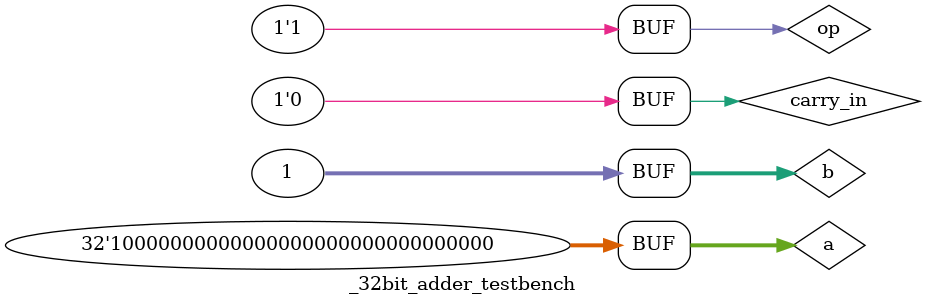
<source format=v>
`define DELAY 20
module _32bit_adder_testbench(); 
reg [31:0] a, b; 
reg carry_in, op;
wire [31:0] sum;
wire carry_out, slt, of;

_32bit_adder _32batb (of, slt, sum, carry_out, a, b, carry_in, op);

initial begin
a = 32'd25;
b = 32'd81;
carry_in = 1'b0;
op = 0;
#`DELAY;
carry_in = 1'b1;
op = 0;
#`DELAY;
carry_in = 1'b1;
op = 1;
#`DELAY;
a = 32'd90;
b = 32'd10;
carry_in = 1'b0;
op = 0;
#`DELAY;
carry_in = 1'b1;
op = 0;
#`DELAY;
carry_in = 1'b1;
op = 1;
#`DELAY;
a = 32'h7FFF_FFFF;
b = 32'd0;
carry_in = 1'b1;
op = 0;
#`DELAY;
a = 32'h8000_0000;
b = 32'd1;
carry_in = 1'b0;
op = 1;
end
 
 
initial
begin
$monitor("time = %2d\na = %32b\nb = %32b\ncarry_in = %1b\nop = %1b\nsum = %32b\ncarry_out = %1b\nslt = %1b\noverflow = %1b\n", 
			$time, a, b, carry_in, op, sum, carry_out, slt, of);
end
 
endmodule

</source>
